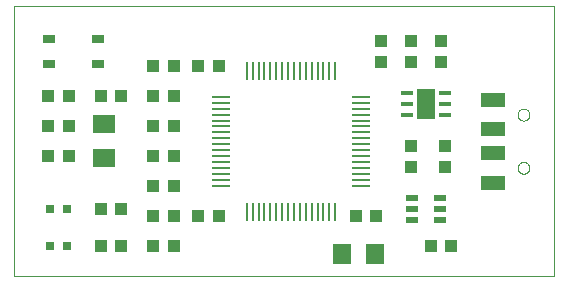
<source format=gtp>
G75*
%MOIN*%
%OFA0B0*%
%FSLAX25Y25*%
%IPPOS*%
%LPD*%
%AMOC8*
5,1,8,0,0,1.08239X$1,22.5*
%
%ADD10C,0.00000*%
%ADD11R,0.06102X0.00984*%
%ADD12R,0.00984X0.06102*%
%ADD13R,0.06299X0.09843*%
%ADD14R,0.04134X0.01575*%
%ADD15R,0.04252X0.04134*%
%ADD16R,0.06299X0.07087*%
%ADD17R,0.04134X0.04252*%
%ADD18R,0.03937X0.04331*%
%ADD19R,0.07480X0.05906*%
%ADD20R,0.04134X0.02559*%
%ADD21R,0.04429X0.02067*%
%ADD22R,0.07874X0.04724*%
%ADD23R,0.03150X0.03150*%
D10*
X0024428Y0011800D02*
X0024428Y0101800D01*
X0204428Y0101800D01*
X0204428Y0011800D01*
X0024428Y0011800D01*
X0192459Y0047942D02*
X0192461Y0048030D01*
X0192467Y0048118D01*
X0192477Y0048206D01*
X0192491Y0048294D01*
X0192508Y0048380D01*
X0192530Y0048466D01*
X0192555Y0048550D01*
X0192585Y0048634D01*
X0192617Y0048716D01*
X0192654Y0048796D01*
X0192694Y0048875D01*
X0192738Y0048952D01*
X0192785Y0049027D01*
X0192835Y0049099D01*
X0192889Y0049170D01*
X0192945Y0049237D01*
X0193005Y0049303D01*
X0193067Y0049365D01*
X0193133Y0049425D01*
X0193200Y0049481D01*
X0193271Y0049535D01*
X0193343Y0049585D01*
X0193418Y0049632D01*
X0193495Y0049676D01*
X0193574Y0049716D01*
X0193654Y0049753D01*
X0193736Y0049785D01*
X0193820Y0049815D01*
X0193904Y0049840D01*
X0193990Y0049862D01*
X0194076Y0049879D01*
X0194164Y0049893D01*
X0194252Y0049903D01*
X0194340Y0049909D01*
X0194428Y0049911D01*
X0194516Y0049909D01*
X0194604Y0049903D01*
X0194692Y0049893D01*
X0194780Y0049879D01*
X0194866Y0049862D01*
X0194952Y0049840D01*
X0195036Y0049815D01*
X0195120Y0049785D01*
X0195202Y0049753D01*
X0195282Y0049716D01*
X0195361Y0049676D01*
X0195438Y0049632D01*
X0195513Y0049585D01*
X0195585Y0049535D01*
X0195656Y0049481D01*
X0195723Y0049425D01*
X0195789Y0049365D01*
X0195851Y0049303D01*
X0195911Y0049237D01*
X0195967Y0049170D01*
X0196021Y0049099D01*
X0196071Y0049027D01*
X0196118Y0048952D01*
X0196162Y0048875D01*
X0196202Y0048796D01*
X0196239Y0048716D01*
X0196271Y0048634D01*
X0196301Y0048550D01*
X0196326Y0048466D01*
X0196348Y0048380D01*
X0196365Y0048294D01*
X0196379Y0048206D01*
X0196389Y0048118D01*
X0196395Y0048030D01*
X0196397Y0047942D01*
X0196395Y0047854D01*
X0196389Y0047766D01*
X0196379Y0047678D01*
X0196365Y0047590D01*
X0196348Y0047504D01*
X0196326Y0047418D01*
X0196301Y0047334D01*
X0196271Y0047250D01*
X0196239Y0047168D01*
X0196202Y0047088D01*
X0196162Y0047009D01*
X0196118Y0046932D01*
X0196071Y0046857D01*
X0196021Y0046785D01*
X0195967Y0046714D01*
X0195911Y0046647D01*
X0195851Y0046581D01*
X0195789Y0046519D01*
X0195723Y0046459D01*
X0195656Y0046403D01*
X0195585Y0046349D01*
X0195513Y0046299D01*
X0195438Y0046252D01*
X0195361Y0046208D01*
X0195282Y0046168D01*
X0195202Y0046131D01*
X0195120Y0046099D01*
X0195036Y0046069D01*
X0194952Y0046044D01*
X0194866Y0046022D01*
X0194780Y0046005D01*
X0194692Y0045991D01*
X0194604Y0045981D01*
X0194516Y0045975D01*
X0194428Y0045973D01*
X0194340Y0045975D01*
X0194252Y0045981D01*
X0194164Y0045991D01*
X0194076Y0046005D01*
X0193990Y0046022D01*
X0193904Y0046044D01*
X0193820Y0046069D01*
X0193736Y0046099D01*
X0193654Y0046131D01*
X0193574Y0046168D01*
X0193495Y0046208D01*
X0193418Y0046252D01*
X0193343Y0046299D01*
X0193271Y0046349D01*
X0193200Y0046403D01*
X0193133Y0046459D01*
X0193067Y0046519D01*
X0193005Y0046581D01*
X0192945Y0046647D01*
X0192889Y0046714D01*
X0192835Y0046785D01*
X0192785Y0046857D01*
X0192738Y0046932D01*
X0192694Y0047009D01*
X0192654Y0047088D01*
X0192617Y0047168D01*
X0192585Y0047250D01*
X0192555Y0047334D01*
X0192530Y0047418D01*
X0192508Y0047504D01*
X0192491Y0047590D01*
X0192477Y0047678D01*
X0192467Y0047766D01*
X0192461Y0047854D01*
X0192459Y0047942D01*
X0192459Y0065658D02*
X0192461Y0065746D01*
X0192467Y0065834D01*
X0192477Y0065922D01*
X0192491Y0066010D01*
X0192508Y0066096D01*
X0192530Y0066182D01*
X0192555Y0066266D01*
X0192585Y0066350D01*
X0192617Y0066432D01*
X0192654Y0066512D01*
X0192694Y0066591D01*
X0192738Y0066668D01*
X0192785Y0066743D01*
X0192835Y0066815D01*
X0192889Y0066886D01*
X0192945Y0066953D01*
X0193005Y0067019D01*
X0193067Y0067081D01*
X0193133Y0067141D01*
X0193200Y0067197D01*
X0193271Y0067251D01*
X0193343Y0067301D01*
X0193418Y0067348D01*
X0193495Y0067392D01*
X0193574Y0067432D01*
X0193654Y0067469D01*
X0193736Y0067501D01*
X0193820Y0067531D01*
X0193904Y0067556D01*
X0193990Y0067578D01*
X0194076Y0067595D01*
X0194164Y0067609D01*
X0194252Y0067619D01*
X0194340Y0067625D01*
X0194428Y0067627D01*
X0194516Y0067625D01*
X0194604Y0067619D01*
X0194692Y0067609D01*
X0194780Y0067595D01*
X0194866Y0067578D01*
X0194952Y0067556D01*
X0195036Y0067531D01*
X0195120Y0067501D01*
X0195202Y0067469D01*
X0195282Y0067432D01*
X0195361Y0067392D01*
X0195438Y0067348D01*
X0195513Y0067301D01*
X0195585Y0067251D01*
X0195656Y0067197D01*
X0195723Y0067141D01*
X0195789Y0067081D01*
X0195851Y0067019D01*
X0195911Y0066953D01*
X0195967Y0066886D01*
X0196021Y0066815D01*
X0196071Y0066743D01*
X0196118Y0066668D01*
X0196162Y0066591D01*
X0196202Y0066512D01*
X0196239Y0066432D01*
X0196271Y0066350D01*
X0196301Y0066266D01*
X0196326Y0066182D01*
X0196348Y0066096D01*
X0196365Y0066010D01*
X0196379Y0065922D01*
X0196389Y0065834D01*
X0196395Y0065746D01*
X0196397Y0065658D01*
X0196395Y0065570D01*
X0196389Y0065482D01*
X0196379Y0065394D01*
X0196365Y0065306D01*
X0196348Y0065220D01*
X0196326Y0065134D01*
X0196301Y0065050D01*
X0196271Y0064966D01*
X0196239Y0064884D01*
X0196202Y0064804D01*
X0196162Y0064725D01*
X0196118Y0064648D01*
X0196071Y0064573D01*
X0196021Y0064501D01*
X0195967Y0064430D01*
X0195911Y0064363D01*
X0195851Y0064297D01*
X0195789Y0064235D01*
X0195723Y0064175D01*
X0195656Y0064119D01*
X0195585Y0064065D01*
X0195513Y0064015D01*
X0195438Y0063968D01*
X0195361Y0063924D01*
X0195282Y0063884D01*
X0195202Y0063847D01*
X0195120Y0063815D01*
X0195036Y0063785D01*
X0194952Y0063760D01*
X0194866Y0063738D01*
X0194780Y0063721D01*
X0194692Y0063707D01*
X0194604Y0063697D01*
X0194516Y0063691D01*
X0194428Y0063689D01*
X0194340Y0063691D01*
X0194252Y0063697D01*
X0194164Y0063707D01*
X0194076Y0063721D01*
X0193990Y0063738D01*
X0193904Y0063760D01*
X0193820Y0063785D01*
X0193736Y0063815D01*
X0193654Y0063847D01*
X0193574Y0063884D01*
X0193495Y0063924D01*
X0193418Y0063968D01*
X0193343Y0064015D01*
X0193271Y0064065D01*
X0193200Y0064119D01*
X0193133Y0064175D01*
X0193067Y0064235D01*
X0193005Y0064297D01*
X0192945Y0064363D01*
X0192889Y0064430D01*
X0192835Y0064501D01*
X0192785Y0064573D01*
X0192738Y0064648D01*
X0192694Y0064725D01*
X0192654Y0064804D01*
X0192617Y0064884D01*
X0192585Y0064966D01*
X0192555Y0065050D01*
X0192530Y0065134D01*
X0192508Y0065220D01*
X0192491Y0065306D01*
X0192477Y0065394D01*
X0192467Y0065482D01*
X0192461Y0065570D01*
X0192459Y0065658D01*
D11*
X0140354Y0065658D03*
X0140354Y0067627D03*
X0140354Y0069595D03*
X0140354Y0071564D03*
X0140354Y0063690D03*
X0140354Y0061721D03*
X0140354Y0059753D03*
X0140354Y0057784D03*
X0140354Y0055816D03*
X0140354Y0053847D03*
X0140354Y0051879D03*
X0140354Y0049910D03*
X0140354Y0047942D03*
X0140354Y0045973D03*
X0140354Y0044005D03*
X0140354Y0042036D03*
X0093503Y0042036D03*
X0093503Y0044005D03*
X0093503Y0045973D03*
X0093503Y0047942D03*
X0093503Y0049910D03*
X0093503Y0051879D03*
X0093503Y0053847D03*
X0093503Y0055816D03*
X0093503Y0057784D03*
X0093503Y0059753D03*
X0093503Y0061721D03*
X0093503Y0063690D03*
X0093503Y0065658D03*
X0093503Y0067627D03*
X0093503Y0069595D03*
X0093503Y0071564D03*
D12*
X0102165Y0080225D03*
X0104133Y0080225D03*
X0106102Y0080225D03*
X0108070Y0080225D03*
X0110039Y0080225D03*
X0112007Y0080225D03*
X0113976Y0080225D03*
X0115944Y0080225D03*
X0117913Y0080225D03*
X0119881Y0080225D03*
X0121850Y0080225D03*
X0123818Y0080225D03*
X0125787Y0080225D03*
X0127755Y0080225D03*
X0129724Y0080225D03*
X0131692Y0080225D03*
X0131692Y0033375D03*
X0129724Y0033375D03*
X0127755Y0033375D03*
X0125787Y0033375D03*
X0123818Y0033375D03*
X0121850Y0033375D03*
X0119881Y0033375D03*
X0117913Y0033375D03*
X0115944Y0033375D03*
X0113976Y0033375D03*
X0112007Y0033375D03*
X0110039Y0033375D03*
X0108070Y0033375D03*
X0106102Y0033375D03*
X0104133Y0033375D03*
X0102165Y0033375D03*
D13*
X0161928Y0069300D03*
D14*
X0168228Y0069300D03*
X0168228Y0065560D03*
X0155629Y0065560D03*
X0155629Y0069300D03*
X0155629Y0073040D03*
X0168228Y0073040D03*
D15*
X0166928Y0083355D03*
X0156928Y0083355D03*
X0146928Y0083355D03*
X0146928Y0090245D03*
X0156928Y0090245D03*
X0166928Y0090245D03*
X0168178Y0055245D03*
X0156928Y0055245D03*
X0156928Y0048355D03*
X0168178Y0048355D03*
D16*
X0144940Y0019300D03*
X0133917Y0019300D03*
D17*
X0138484Y0031800D03*
X0145373Y0031800D03*
X0163484Y0021800D03*
X0170373Y0021800D03*
X0092873Y0031800D03*
X0085984Y0031800D03*
X0077873Y0031800D03*
X0070984Y0031800D03*
X0042873Y0051800D03*
X0035984Y0051800D03*
X0035984Y0061800D03*
X0042873Y0061800D03*
X0042873Y0071800D03*
X0035984Y0071800D03*
X0070984Y0071800D03*
X0077873Y0071800D03*
X0085984Y0081800D03*
X0092873Y0081800D03*
D18*
X0077775Y0081800D03*
X0071082Y0081800D03*
X0060275Y0071800D03*
X0053582Y0071800D03*
X0071082Y0061800D03*
X0077775Y0061800D03*
X0077775Y0051800D03*
X0071082Y0051800D03*
X0071082Y0041800D03*
X0077775Y0041800D03*
X0060275Y0034300D03*
X0053582Y0034300D03*
X0053582Y0021800D03*
X0060275Y0021800D03*
X0071082Y0021800D03*
X0077775Y0021800D03*
D19*
X0054428Y0051091D03*
X0054428Y0062509D03*
D20*
X0052598Y0082568D03*
X0036259Y0082568D03*
X0036259Y0091032D03*
X0052598Y0091032D03*
D21*
X0157401Y0038040D03*
X0157401Y0034300D03*
X0157401Y0030560D03*
X0166456Y0030560D03*
X0166456Y0034300D03*
X0166456Y0038040D03*
D22*
X0184192Y0043020D03*
X0184192Y0052863D03*
X0184192Y0060737D03*
X0184192Y0070580D03*
D23*
X0042381Y0034300D03*
X0036476Y0034300D03*
X0036476Y0021800D03*
X0042381Y0021800D03*
M02*

</source>
